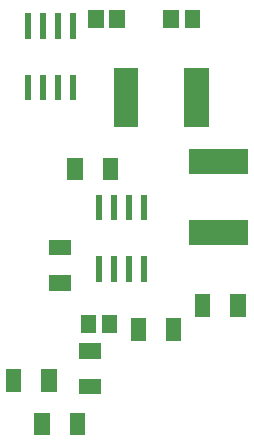
<source format=gbr>
G04 start of page 10 for group -4015 idx -4015 *
G04 Title: (unknown), toppaste *
G04 Creator: pcb 20140316 *
G04 CreationDate: Fri 20 Nov 2015 02:08:32 PM GMT UTC *
G04 For: fosse *
G04 Format: Gerber/RS-274X *
G04 PCB-Dimensions (mil): 3170.00 5000.00 *
G04 PCB-Coordinate-Origin: lower left *
%MOIN*%
%FSLAX25Y25*%
%LNTOPPASTE*%
%ADD83R,0.0827X0.0827*%
%ADD82R,0.0512X0.0512*%
%ADD81R,0.0200X0.0200*%
G54D81*X150500Y391500D02*Y385000D01*
X155500Y391500D02*Y385000D01*
X160500Y391500D02*Y385000D01*
X165500Y391500D02*Y385000D01*
Y412000D02*Y405500D01*
X160500Y412000D02*Y405500D01*
X155500Y412000D02*Y405500D01*
X150500Y412000D02*Y405500D01*
X127000Y452000D02*Y445500D01*
X132000Y452000D02*Y445500D01*
X137000Y452000D02*Y445500D01*
X142000Y452000D02*Y445500D01*
Y472500D02*Y466000D01*
X137000Y472500D02*Y466000D01*
X132000Y472500D02*Y466000D01*
X127000Y472500D02*Y466000D01*
G54D82*X122095Y352181D02*Y349819D01*
X133905Y352181D02*Y349819D01*
X146319Y349095D02*X148681D01*
X146319Y360905D02*X148681D01*
X146957Y370393D02*Y369607D01*
X154043Y370393D02*Y369607D01*
X131500Y337681D02*Y335319D01*
X143310Y337681D02*Y335319D01*
X136319Y383595D02*X138681D01*
X136319Y395405D02*X138681D01*
G54D83*X184791Y400492D02*X196209D01*
X184792Y424114D02*X196209D01*
G54D82*X142500Y422681D02*Y420319D01*
X154310Y422681D02*Y420319D01*
X185095Y377181D02*Y374819D01*
X196905Y377181D02*Y374819D01*
X163595Y369181D02*Y366819D01*
X175405Y369181D02*Y366819D01*
X149457Y471893D02*Y471107D01*
X156543Y471893D02*Y471107D01*
X174500Y471893D02*Y471107D01*
X181586Y471893D02*Y471107D01*
G54D83*X159492Y451209D02*Y439791D01*
X183114Y451208D02*Y439791D01*
M02*

</source>
